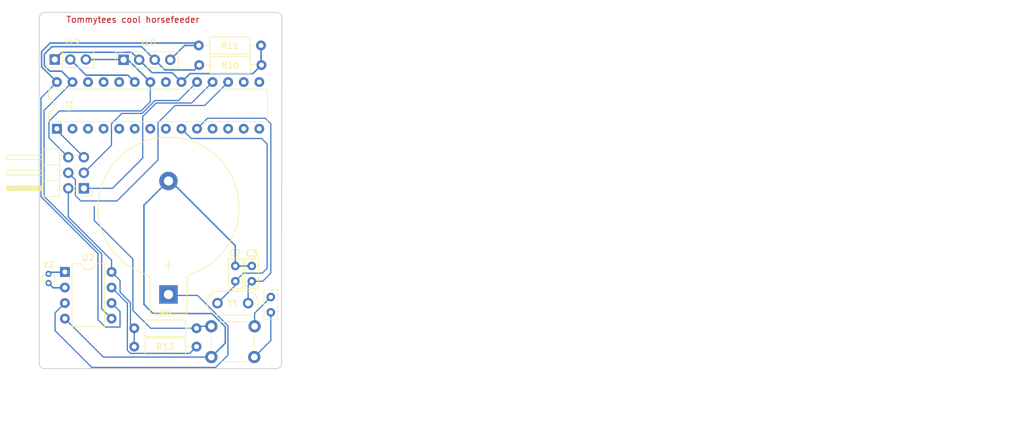
<source format=kicad_pcb>
(kicad_pcb (version 20221018) (generator pcbnew)
  (title_block (date "mar. 31 mars 2015"))
  (layers (0 "F.Cu" signal) (31 "B.Cu" signal) (34 "B.Paste" user) (35 "F.Paste" user) (36 "B.SilkS" user "B.Silkscreen") (37 "F.SilkS" user "F.Silkscreen") (38 "B.Mask" user) (39 "F.Mask" user) (44 "Edge.Cuts" user))
  (net 0 "")
  (net 1 "GND")
  (net 2 "Net-(SW1-A)")
  (net 3 "+5V")
  (net 4 "Net-(C1-Pad2)")
  (net 5 "/AnalogPin3")
  (net 6 "/MISO")
  (net 7 "/SCK")
  (net 8 "/MOSI{slash}OC2A")
  (net 9 "/Resetbutton")
  (net 10 "/DIG_I{slash}O1")
  (net 11 "/DIG_I{slash}O6")
  (net 12 "/DIG_I{slash}O5")
  (net 13 "/DIG_I{slash}O4")
  (net 14 "/DIG_I{slash}O3")
  (net 15 "/XTAL1{slash}TOSC1")
  (net 16 "/XTAL2{slash}TOSC2")
  (net 17 "/DIG_I{slash}O2")
  (net 18 "/DIG_I{slash}O0")
  (net 19 "/CLKO{slash}ICP1")
  (net 20 "/OC1A")
  (net 21 "/SS{slash}OC1B")
  (net 23 "/AnalogPin0")
  (net 24 "/AnalogPin1")
  (net 25 "/AnalogPin2")
  (net 26 "/AnalogPin4{slash}SDA")
  (net 27 "/DIG_I{slash}O7")
  (net 28 "/AnalogPin5{slash}SCL")
  (net 29 "Net-(BT1-+)")
  (net 30 "Net-(U2-SQW{slash}OUT)")
  (net 31 "/X1-Crystal")
  (net 32 "/X2-Crystal")
  (footprint "Resistor_THT:R_Axial_DIN0207_L6.3mm_D2.5mm_P10.16mm_Horizontal" (layer "F.Cu") (at 89.68 58.6 180)
    (fp_text reference "R10" (at 5.08 -0.1016) (layer "F.SilkS"))
    (fp_text value "R10k")
    (fp_line (start 1.04 0) (end 1.81 0) (stroke (width 0.12)) (layer "F.SilkS"))
    (fp_line (start 1.81 -1.37) (end 1.81 1.37) (stroke (width 0.12)) (layer "F.SilkS"))
    (fp_line (start 1.81 1.37) (end 8.35 1.37) (stroke (width 0.12)) (layer "F.SilkS"))
    (fp_line (start 8.35 -1.37) (end 1.81 -1.37) (stroke (width 0.12)) (layer "F.SilkS"))
    (fp_line (start 8.35 1.37) (end 8.35 -1.37) (stroke (width 0.12)) (layer "F.SilkS"))
    (fp_line (start 9.12 0) (end 8.35 0) (stroke (width 0.12)) (layer "F.SilkS"))
    (pad "1" thru_hole circle (at 0 0 180) (size 1.6 1.6) (drill 0.8) (layers "*.Cu" "*.Mask") (net 3 "+5V"))
    (pad "2" thru_hole oval (at 10.16 0 180) (size 1.6 1.6) (drill 0.8) (layers "*.Cu" "*.Mask") (net 26 "/AnalogPin4{slash}SDA"))
  )
  (footprint "My_library:SW_PUSH_6mm_H7.3mm_P1" (layer "F.Cu") (at 88.25 106.05 180)
    (fp_text reference "SW1" hide)
    (fp_text value "SW_MEC_5E")
    (fp_line (start -0.25 1.5) (end -0.25 3) (stroke (width 0.12)) (layer "F.SilkS"))
    (fp_line (start 1 5.5) (end 5.5 5.5) (stroke (width 0.12)) (layer "F.SilkS"))
    (fp_line (start 5.5 -1) (end 1 -1) (stroke (width 0.12)) (layer "F.SilkS"))
    (fp_line (start 6.75 3) (end 6.75 1.5) (stroke (width 0.12)) (layer "F.SilkS"))
    (pad "1" thru_hole circle (at -0.254 -0.254 270) (size 2 2) (drill 1.1) (layers "*.Cu" "*.Mask") (net 4 "Net-(C1-Pad2)"))
    (pad "2" thru_hole circle (at 6.7564 -0.254 270) (size 2 2) (drill 1.1) (layers "*.Cu" "*.Mask") (net 1 "GND"))
    (pad "3" thru_hole circle (at 6.7564 4.7752 270) (size 2 2) (drill 1.1) (layers "*.Cu" "*.Mask") (net 9 "/Resetbutton"))
    (pad "4" thru_hole circle (at -0.3048 4.7752 270) (size 2 2) (drill 1.1) (layers "*.Cu" "*.Mask") (net 2 "Net-(SW1-A)"))
  )
  (footprint "Resistor_THT:R_Axial_DIN0207_L6.3mm_D2.5mm_P10.16mm_Horizontal" (layer "F.Cu") (at 89.6 55.4 180)
    (fp_text reference "R11" (at 5.08 -0.0508) (layer "F.SilkS"))
    (fp_text value "R10k")
    (fp_line (start 1.04 0) (end 1.81 0) (stroke (width 0.12)) (layer "F.SilkS"))
    (fp_line (start 1.81 -1.37) (end 1.81 1.37) (stroke (width 0.12)) (layer "F.SilkS"))
    (fp_line (start 1.81 1.37) (end 8.35 1.37) (stroke (width 0.12)) (layer "F.SilkS"))
    (fp_line (start 8.35 -1.37) (end 1.81 -1.37) (stroke (width 0.12)) (layer "F.SilkS"))
    (fp_line (start 8.35 1.37) (end 8.35 -1.37) (stroke (width 0.12)) (layer "F.SilkS"))
    (fp_line (start 9.12 0) (end 8.35 0) (stroke (width 0.12)) (layer "F.SilkS"))
    (pad "1" thru_hole circle (at 0 0 180) (size 1.6 1.6) (drill 0.8) (layers "*.Cu" "*.Mask") (net 3 "+5V"))
    (pad "2" thru_hole oval (at 10.16 0 180) (size 1.6 1.6) (drill 0.8) (layers "*.Cu" "*.Mask") (net 28 "/AnalogPin5{slash}SCL"))
  )
  (footprint "Connector_PinHeader_2.54mm:PinHeader_1x03_P2.54mm_Vertical" (layer "F.Cu") (at 55.95 57.6924 90)
    (fp_text reference "J12" (at 2.7432 2.794 180) (layer "F.SilkS"))
    (fp_text value "3_Button_Conn")
    (fp_line (start -1.33 -1.33) (end 0 -1.33) (stroke (width 0.12)) (layer "F.SilkS"))
    (fp_line (start -1.33 0) (end -1.33 -1.33) (stroke (width 0.12)) (layer "F.SilkS"))
    (fp_line (start -1.33 1.27) (end -1.33 6.41) (stroke (width 0.12)) (layer "F.SilkS"))
    (fp_line (start -1.33 1.27) (end 1.33 1.27) (stroke (width 0.12)) (layer "F.SilkS"))
    (fp_line (start -1.33 6.41) (end 1.33 6.41) (stroke (width 0.12)) (layer "F.SilkS"))
    (fp_line (start 1.33 1.27) (end 1.33 6.41) (stroke (width 0.12)) (layer "F.SilkS"))
    (pad "1" thru_hole rect (at 0 0 90) (size 1.7 1.7) (drill 1) (layers "*.Cu" "*.Mask") (net 3 "+5V"))
    (pad "2" thru_hole oval (at 0 2.54 90) (size 1.7 1.7) (drill 1) (layers "*.Cu" "*.Mask") (net 23 "/AnalogPin0"))
    (pad "3" thru_hole oval (at 0 5.08 90) (size 1.7 1.7) (drill 1) (layers "*.Cu" "*.Mask") (net 1 "GND"))
  )
  (footprint "Crystal:Resonator-2Pin_W8.0mm_H3.5mm" (layer "F.Cu") (at 87.5 97.5 180)
    (fp_text reference "Y1" (at 2.5 0) (layer "F.SilkS"))
    (fp_text value "Crystal_16Mhz")
    (fp_line (start 0.25 -1.95) (end 4.75 -1.95) (stroke (width 0.12)) (layer "F.SilkS"))
    (fp_line (start 0.25 1.95) (end 4.75 1.95) (stroke (width 0.12)) (layer "F.SilkS"))
    (fp_arc (start 0.25 1.95) (mid -1.7 0) (end 0.25 -1.95) (stroke (width 0.12)) (layer "F.SilkS"))
    (fp_arc (start 4.75 -1.95) (mid 6.7 0) (end 4.75 1.95) (stroke (width 0.12)) (layer "F.SilkS"))
    (pad "1" thru_hole circle (at 0 0 180) (size 1.7 1.7) (drill 1) (layers "*.Cu" "*.Mask") (net 16 "/XTAL2{slash}TOSC2"))
    (pad "2" thru_hole circle (at 5 0 180) (size 1.7 1.7) (drill 1) (layers "*.Cu" "*.Mask") (net 15 "/XTAL1{slash}TOSC1"))
  )
  (footprint "Crystal:Crystal_DS10_D1.0mm_L4.3mm_Vertical" (layer "F.Cu") (at 54.9328 94.2168 90)
    (fp_text reference "Y2" (at 2.9852 0 180) (layer "F.SilkS"))
    (fp_text value "Crystal_32kHz")
    (fp_arc (start 0 -0.7) (mid 0.749553 -1.025914) (end 1.49939 -0.700653) (stroke (width 0.12)) (layer "F.SilkS"))
    (fp_arc (start 1.49939 0.700653) (mid 0.749553 1.025914) (end 0 0.7) (stroke (width 0.12)) (layer "F.SilkS"))
    (pad "1" thru_hole circle (at 0 0 90) (size 1 1) (drill 0.5) (layers "*.Cu" "*.Mask") (net 32 "/X2-Crystal"))
    (pad "2" thru_hole circle (at 1.5 0 90) (size 1 1) (drill 0.5) (layers "*.Cu" "*.Mask") (net 31 "/X1-Crystal"))
  )
  (footprint "Capacitor_THT:C_Rect_L4.6mm_W2.0mm_P2.50mm_MKS02_FKP02" (layer "F.Cu") (at 91.2 96.5 -90)
    (fp_text reference "C1" hide)
    (fp_text value "22nF")
    (fp_line (start -1.17 -1.12) (end -1.17 1.12) (stroke (width 0.12)) (layer "F.SilkS"))
    (fp_line (start -1.17 -1.12) (end 3.67 -1.12) (stroke (width 0.12)) (layer "F.SilkS"))
    (fp_line (start -1.17 1.12) (end 3.67 1.12) (stroke (width 0.12)) (layer "F.SilkS"))
    (fp_line (start 3.67 -1.12) (end 3.67 1.12) (stroke (width 0.12)) (layer "F.SilkS"))
    (pad "1" thru_hole circle (at 0 0 270) (size 1.4 1.4) (drill 0.7) (layers "*.Cu" "*.Mask") (net 2 "Net-(SW1-A)"))
    (pad "2" thru_hole circle (at 2.5 0 270) (size 1.4 1.4) (drill 0.7) (layers "*.Cu" "*.Mask") (net 4 "Net-(C1-Pad2)"))
  )
  (footprint "Resistor_THT:R_Axial_DIN0207_L6.3mm_D2.5mm_P10.16mm_Horizontal" (layer "F.Cu") (at 68.92 104.6)
    (fp_text reference "R13" (at 5.08 0) (layer "F.SilkS"))
    (fp_text value "R10k")
    (fp_line (start 1.04 0) (end 1.81 0) (stroke (width 0.12)) (layer "F.SilkS"))
    (fp_line (start 1.81 -1.37) (end 1.81 1.37) (stroke (width 0.12)) (layer "F.SilkS"))
    (fp_line (start 1.81 1.37) (end 8.35 1.37) (stroke (width 0.12)) (layer "F.SilkS"))
    (fp_line (start 8.35 -1.37) (end 1.81 -1.37) (stroke (width 0.12)) (layer "F.SilkS"))
    (fp_line (start 8.35 1.37) (end 8.35 -1.37) (stroke (width 0.12)) (layer "F.SilkS"))
    (fp_line (start 9.12 0) (end 8.35 0) (stroke (width 0.12)) (layer "F.SilkS"))
    (pad "1" thru_hole circle (at 0 0) (size 1.6 1.6) (drill 0.8) (layers "*.Cu" "*.Mask") (net 3 "+5V"))
    (pad "2" thru_hole oval (at 10.16 0) (size 1.6 1.6) (drill 0.8) (layers "*.Cu" "*.Mask") (net 30 "Net-(U2-SQW{slash}OUT)"))
  )
  (footprint "Connector_PinHeader_2.54mm:PinHeader_2x03_P2.54mm_Horizontal" (layer "F.Cu") (at 60.7 78.74 180)
    (fp_text reference "J11" hide)
    (fp_text value "AVR-ISP-6" hide)
    (fp_line (start -1.27 -1.27) (end 0 -1.27) (stroke (width 0.12)) (layer "F.SilkS"))
    (fp_line (start -1.27 0) (end -1.27 -1.27) (stroke (width 0.12)) (layer "F.SilkS"))
    (fp_line (start 1.042929 2.16) (end 1.497071 2.16) (stroke (width 0.12)) (layer "F.SilkS"))
    (fp_line (start 1.042929 2.92) (end 1.497071 2.92) (stroke (width 0.12)) (layer "F.SilkS"))
    (fp_line (start 1.042929 4.7) (end 1.497071 4.7) (stroke (width 0.12)) (layer "F.SilkS"))
    (fp_line (start 1.042929 5.46) (end 1.497071 5.46) (stroke (width 0.12)) (layer "F.SilkS"))
    (fp_line (start 1.11 -0.38) (end 1.497071 -0.38) (stroke (width 0.12)) (layer "F.SilkS"))
    (fp_line (start 1.11 0.38) (end 1.497071 0.38) (stroke (width 0.12)) (layer "F.SilkS"))
    (fp_line (start 3.582929 -0.38) (end 3.98 -0.38) (stroke (width 0.12)) (layer "F.SilkS"))
    (fp_line (start 3.582929 0.38) (end 3.98 0.38) (stroke (width 0.12)) (layer "F.SilkS"))
    (fp_line (start 3.582929 2.16) (end 3.98 2.16) (stroke (width 0.12)) (layer "F.SilkS"))
    (fp_line (start 3.582929 2.92) (end 3.98 2.92) (stroke (width 0.12)) (layer "F.SilkS"))
    (fp_line (start 3.582929 4.7) (end 3.98 4.7) (stroke (width 0.12)) (layer "F.SilkS"))
    (fp_line (start 3.582929 5.46) (end 3.98 5.46) (stroke (width 0.12)) (layer "F.SilkS"))
    (fp_line (start 3.98 -1.33) (end 3.98 6.41) (stroke (width 0.12)) (layer "F.SilkS"))
    (fp_line (start 3.98 1.27) (end 6.64 1.27) (stroke (width 0.12)) (layer "F.SilkS"))
    (fp_line (start 3.98 3.81) (end 6.64 3.81) (stroke (width 0.12)) (layer "F.SilkS"))
    (fp_line (start 3.98 6.41) (end 6.64 6.41) (stroke (width 0.12)) (layer "F.SilkS"))
    (fp_line (start 6.64 -1.33) (end 3.98 -1.33) (stroke (width 0.12)) (layer "F.SilkS"))
    (fp_line (start 6.64 -0.38) (end 12.64 -0.38) (stroke (width 0.12)) (layer "F.SilkS"))
    (fp_line (start 6.64 -0.32) (end 12.64 -0.32) (stroke (width 0.12)) (layer "F.SilkS"))
    (fp_line (start 6.64 -0.2) (end 12.64 -0.2) (stroke (width 0.12)) (layer "F.SilkS"))
    (fp_line (start 6.64 -0.08) (end 12.64 -0.08) (stroke (width 0.12)) (layer "F.SilkS"))
    (fp_line (start 6.64 0.04) (end 12.64 0.04) (stroke (width 0.12)) (layer "F.SilkS"))
    (fp_line (start 6.64 0.16) (end 12.64 0.16) (stroke (width 0.12)) (layer "F.SilkS"))
    (fp_line (start 6.64 0.28) (end 12.64 0.28) (stroke (width 0.12)) (layer "F.SilkS"))
    (fp_line (start 6.64 2.16) (end 12.64 2.16) (stroke (width 0.12)) (layer "F.SilkS"))
    (fp_line (start 6.64 4.7) (end 12.64 4.7) (stroke (width 0.12)) (layer "F.SilkS"))
    (fp_line (start 6.64 6.41) (end 6.64 -1.33) (stroke (width 0.12)) (layer "F.SilkS"))
    (fp_line (start 12.64 -0.38) (end 12.64 0.38) (stroke (width 0.12)) (layer "F.SilkS"))
    (fp_line (start 12.64 0.38) (end 6.64 0.38) (stroke (width 0.12)) (layer "F.SilkS"))
    (fp_line (start 12.64 2.16) (end 12.64 2.92) (stroke (width 0.12)) (layer "F.SilkS"))
    (fp_line (start 12.64 2.92) (end 6.64 2.92) (stroke (width 0.12)) (layer "F.SilkS"))
    (fp_line (start 12.64 4.7) (end 12.64 5.46) (stroke (width 0.12)) (layer "F.SilkS"))
    (fp_line (start 12.64 5.46) (end 6.64 5.46) (stroke (width 0.12)) (layer "F.SilkS"))
    (pad "1" thru_hole rect (at 0 0 180) (size 1.7 1.7) (drill 1) (layers "*.Cu" "*.Mask") (net 6 "/MISO"))
    (pad "2" thru_hole oval (at 2.54 0 180) (size 1.7 1.7) (drill 1) (layers "*.Cu" "*.Mask") (net 3 "+5V"))
    (pad "3" thru_hole oval (at 0 2.54 180) (size 1.7 1.7) (drill 1) (layers "*.Cu" "*.Mask") (net 7 "/SCK"))
    (pad "4" thru_hole oval (at 2.54 2.54 180) (size 1.7 1.7) (drill 1) (layers "*.Cu" "*.Mask") (net 8 "/MOSI{slash}OC2A"))
    (pad "5" thru_hole oval (at 0 5.08 180) (size 1.7 1.7) (drill 1) (layers "*.Cu" "*.Mask") (net 9 "/Resetbutton"))
    (pad "6" thru_hole oval (at 2.54 5.08 180) (size 1.7 1.7) (drill 1) (layers "*.Cu" "*.Mask") (net 1 "GND"))
  )
  (footprint "Arduino_MountingHole:MountingHole_1.2mm" (layer "F.Cu") (at 55.0672 51.7652)
    (fp_text reference "REF**" hide)
    (fp_text value "MountingHole_1.2mm")
    (pad "" np_thru_hole circle (at 0 0) (size 1.2 1.2) (drill 1.2) (layers "F&B.Cu" "*.Mask"))
  )
  (footprint "Capacitor_THT:C_Rect_L4.6mm_W2.0mm_P2.50mm_MKS02_FKP02" (layer "F.Cu") (at 88.0988 93.924 90)
    (fp_text reference "C3" (at 4.552 0 180) (layer "F.SilkS"))
    (fp_text value "C")
    (fp_line (start -1.17 -1.12) (end -1.17 1.12) (stroke (width 0.12)) (layer "F.SilkS"))
    (fp_line (start -1.17 -1.12) (end 3.67 -1.12) (stroke (width 0.12)) (layer "F.SilkS"))
    (fp_line (start -1.17 1.12) (end 3.67 1.12) (stroke (width 0.12)) (layer "F.SilkS"))
    (fp_line (start 3.67 -1.12) (end 3.67 1.12) (stroke (width 0.12)) (layer "F.SilkS"))
    (pad "1" thru_hole circle (at 0 0 90) (size 1.4 1.4) (drill 0.7) (layers "*.Cu" "*.Mask") (net 16 "/XTAL2{slash}TOSC2"))
    (pad "2" thru_hole circle (at 2.5 0 90) (size 1.4 1.4) (drill 0.7) (layers "*.Cu" "*.Mask") (net 1 "GND"))
  )
  (footprint "Connector_PinSocket_2.54mm:PinSocket_1x04_P2.54mm_Vertical" (layer "F.Cu") (at 67.1768 57.7432 90)
    (fp_text reference "J10" (at 2.794 3.9116 180) (layer "F.SilkS"))
    (fp_text value "Conn_01x04_LCD-Display")
    (fp_line (start -1.33 1.27) (end -1.33 8.95) (stroke (width 0.12)) (layer "F.SilkS"))
    (fp_line (start -1.33 1.27) (end 1.33 1.27) (stroke (width 0.12)) (layer "F.SilkS"))
    (fp_line (start -1.33 8.95) (end 1.33 8.95) (stroke (width 0.12)) (layer "F.SilkS"))
    (fp_line (start 0 -1.33) (end 1.33 -1.33) (stroke (width 0.12)) (layer "F.SilkS"))
    (fp_line (start 1.33 -1.33) (end 1.33 0) (stroke (width 0.12)) (layer "F.SilkS"))
    (fp_line (start 1.33 1.27) (end 1.33 8.95) (stroke (width 0.12)) (layer "F.SilkS"))
    (pad "1" thru_hole rect (at 0 0 90) (size 1.7 1.7) (drill 1) (layers "*.Cu" "*.Mask") (net 1 "GND"))
    (pad "2" thru_hole oval (at 0 2.54 90) (size 1.7 1.7) (drill 1) (layers "*.Cu" "*.Mask") (net 3 "+5V"))
    (pad "3" thru_hole oval (at 0 5.08 90) (size 1.7 1.7) (drill 1) (layers "*.Cu" "*.Mask") (net 26 "/AnalogPin4{slash}SDA"))
    (pad "4" thru_hole oval (at 0 7.62 90) (size 1.7 1.7) (drill 1) (layers "*.Cu" "*.Mask") (net 28 "/AnalogPin5{slash}SCL"))
  )
  (footprint "Resistor_THT:R_Axial_DIN0207_L6.3mm_D2.5mm_P10.16mm_Horizontal" (layer "F.Cu") (at 68.92 101.6)
    (fp_text reference "R9" (at 5.08 -2.37) (layer "F.SilkS"))
    (fp_text value "R" hide)
    (fp_line (start 1.04 0) (end 1.81 0) (stroke (width 0.12)) (layer "F.SilkS"))
    (fp_line (start 1.81 -1.37) (end 1.81 1.37) (stroke (width 0.12)) (layer "F.SilkS"))
    (fp_line (start 1.81 1.37) (end 8.35 1.37) (stroke (width 0.12)) (layer "F.SilkS"))
    (fp_line (start 8.35 -1.37) (end 1.81 -1.37) (stroke (width 0.12)) (layer "F.SilkS"))
    (fp_line (start 8.35 1.37) (end 8.35 -1.37) (stroke (width 0.12)) (layer "F.SilkS"))
    (fp_line (start 9.12 0) (end 8.35 0) (stroke (width 0.12)) (layer "F.SilkS"))
    (pad "1" thru_hole circle (at 0 0) (size 1.6 1.6) (drill 0.8) (layers "*.Cu" "*.Mask") (net 3 "+5V"))
    (pad "2" thru_hole oval (at 10.16 0) (size 1.6 1.6) (drill 0.8) (layers "*.Cu" "*.Mask") (net 9 "/Resetbutton"))
  )
  (footprint "My_library:BatteryHolder_Keystone_103_18.54mm" (layer "F.Cu") (at 74.5 97.1 90)
    (fp_text reference "BT1" hide)
    (fp_text value "Battery_Cell")
    (fp_text user "+" (at 5.7404 -0.1016 90) (layer "F.SilkS") (effects (font (size 1.5 1.5))))
    (fp_line (start -2.2 -3) (end 3.5 -3) (stroke (width 0.12)) (layer "F.SilkS"))
    (fp_line (start -2.2 3) (end -2.2 -3) (stroke (width 0.12)) (layer "F.SilkS"))
    (fp_line (start -2.2 3) (end 3.5 3) (stroke (width 0.12)) (layer "F.SilkS"))
    (fp_arc (start 3.5 3) (mid 3.958861 3.144678) (end 4.251754 3.526384) (stroke (width 0.12)) (layer "F.SilkS"))
    (fp_arc (start 4.25 -3.5) (mid 16.993514 -11.35499) (end 26.695671 0.045281) (stroke (width 0.12)) (layer "F.SilkS"))
    (fp_arc (start 4.251754 -3.526384) (mid 3.958861 -3.144678) (end 3.5 -3) (stroke (width 0.12)) (layer "F.SilkS"))
    (fp_arc (start 26.695671 -0.045281) (mid 16.993514 11.35499) (end 4.25 3.5) (stroke (width 0.12)) (layer "F.SilkS"))
    (pad "1" thru_hole rect (at 1.016 0 90) (size 3 3) (drill 1.5) (layers "*.Cu" "*.Mask") (net 29 "Net-(BT1-+)"))
    (pad "2" thru_hole circle (at 19.558 0 90) (size 3 3) (drill 1.5) (layers "*.Cu" "*.Mask") (net 1 "GND"))
  )
  (footprint "Arduino_MountingHole:MountingHole_1.2mm" (layer "F.Cu") (at 206.0448 112.7252)
    (fp_text reference "REF**" hide)
    (fp_text value "MountingHole_1.2mm")
    (pad "" np_thru_hole circle (at 0 0) (size 1.2 1.2) (drill 1.2) (layers "F&B.Cu" "*.Mask"))
  )
  (footprint "Package_DIP:DIP-28_W7.62mm" (layer "F.Cu") (at 56.3 69 90)
    (fp_text reference "U1" (at 3.81 1.9812 90) (layer "F.SilkS"))
    (fp_text value "ATmega328-P")
    (fp_line (start 1.16 -1.33) (end 1.16 34.35) (stroke (width 0.12)) (layer "F.SilkS"))
    (fp_line (start 1.16 34.35) (end 6.46 34.35) (stroke (width 0.12)) (layer "F.SilkS"))
    (fp_line (start 2.81 -1.33) (end 1.16 -1.33) (stroke (width 0.12)) (layer "F.SilkS"))
    (fp_line (start 6.46 -1.33) (end 4.81 -1.33) (stroke (width 0.12)) (layer "F.SilkS"))
    (fp_line (start 6.46 34.35) (end 6.46 -1.33) (stroke (width 0.12)) (layer "F.SilkS"))
    (fp_arc (start 4.81 -1.33) (mid 3.81 -0.33) (end 2.81 -1.33) (stroke (width 0.12)) (layer "F.SilkS"))
    (pad "1" thru_hole rect (at 0 0 90) (size 1.6 1.6) (drill 0.8) (layers "*.Cu" "*.Mask") (net 9 "/Resetbutton"))
    (pad "2" thru_hole oval (at 0 2.54 90) (size 1.6 1.6) (drill 0.8) (layers "*.Cu" "*.Mask") (net 18 "/DIG_I{slash}O0"))
    (pad "3" thru_hole oval (at 0 5.08 90) (size 1.6 1.6) (drill 0.8) (layers "*.Cu" "*.Mask") (net 10 "/DIG_I{slash}O1"))
    (pad "4" thru_hole oval (at 0 7.62 90) (size 1.6 1.6) (drill 0.8) (layers "*.Cu" "*.Mask") (net 17 "/DIG_I{slash}O2"))
    (pad "5" thru_hole oval (at 0 10.16 90) (size 1.6 1.6) (drill 0.8) (layers "*.Cu" "*.Mask") (net 14 "/DIG_I{slash}O3"))
    (pad "6" thru_hole oval (at 0 12.7 90) (size 1.6 1.6) (drill 0.8) (layers "*.Cu" "*.Mask") (net 13 "/DIG_I{slash}O4"))
    (pad "7" thru_hole oval (at 0 15.24 90) (size 1.6 1.6) (drill 0.8) (layers "*.Cu" "*.Mask") (net 3 "+5V"))
    (pad "8" thru_hole oval (at 0 17.78 90) (size 1.6 1.6) (drill 0.8) (layers "*.Cu" "*.Mask") (net 1 "GND"))
    (pad "9" thru_hole oval (at 0 20.32 90) (size 1.6 1.6) (drill 0.8) (layers "*.Cu" "*.Mask") (net 15 "/XTAL1{slash}TOSC1"))
    (pad "10" thru_hole oval (at 0 22.86 90) (size 1.6 1.6) (drill 0.8) (layers "*.Cu" "*.Mask") (net 16 "/XTAL2{slash}TOSC2"))
    (pad "11" thru_hole oval (at 0 25.4 90) (size 1.6 1.6) (drill 0.8) (layers "*.Cu" "*.Mask") (net 12 "/DIG_I{slash}O5"))
    (pad "12" thru_hole oval (at 0 27.94 90) (size 1.6 1.6) (drill 0.8) (layers "*.Cu" "*.Mask") (net 11 "/DIG_I{slash}O6"))
    (pad "13" thru_hole oval (at 0 30.48 90) (size 1.6 1.6) (drill 0.8) (layers "*.Cu" "*.Mask") (net 27 "/DIG_I{slash}O7"))
    (pad "14" thru_hole oval (at 0 33.02 90) (size 1.6 1.6) (drill 0.8) (layers "*.Cu" "*.Mask") (net 19 "/CLKO{slash}ICP1"))
    (pad "15" thru_hole oval (at 7.62 33.02 90) (size 1.6 1.6) (drill 0.8) (layers "*.Cu" "*.Mask") (net 20 "/OC1A"))
    (pad "16" thru_hole oval (at 7.62 30.48 90) (size 1.6 1.6) (drill 0.8) (layers "*.Cu" "*.Mask") (net 21 "/SS{slash}OC1B"))
    (pad "17" thru_hole oval (at 7.62 27.94 90) (size 1.6 1.6) (drill 0.8) (layers "*.Cu" "*.Mask") (net 8 "/MOSI{slash}OC2A"))
    (pad "18" thru_hole oval (at 7.62 25.4 90) (size 1.6 1.6) (drill 0.8) (layers "*.Cu" "*.Mask") (net 6 "/MISO"))
    (pad "19" thru_hole oval (at 7.62 22.86 90) (size 1.6 1.6) (drill 0.8) (layers "*.Cu" "*.Mask") (net 7 "/SCK"))
    (pad "20" thru_hole oval (at 7.62 20.32 90) (size 1.6 1.6) (drill 0.8) (layers "*.Cu" "*.Mask") (net 3 "+5V"))
    (pad "21" thru_hole oval (at 7.62 17.78 90) (size 1.6 1.6) (drill 0.8) (layers "*.Cu" "*.Mask"))
    (pad "22" thru_hole oval (at 7.62 15.24 90) (size 1.6 1.6) (drill 0.8) (layers "*.Cu" "*.Mask") (net 1 "GND"))
    (pad "23" thru_hole oval (at 7.62 12.7 90) (size 1.6 1.6) (drill 0.8) (layers "*.Cu" "*.Mask") (net 23 "/AnalogPin0"))
    (pad "24" thru_hole oval (at 7.62 10.16 90) (size 1.6 1.6) (drill 0.8) (layers "*.Cu" "*.Mask") (net 24 "/AnalogPin1"))
    (pad "25" thru_hole oval (at 7.62 7.62 90) (size 1.6 1.6) (drill 0.8) (layers "*.Cu" "*.Mask") (net 25 "/AnalogPin2"))
    (pad "26" thru_hole oval (at 7.62 5.08 90) (size 1.6 1.6) (drill 0.8) (layers "*.Cu" "*.Mask") (net 5 "/AnalogPin3"))
    (pad "27" thru_hole oval (at 7.62 2.54 90) (size 1.6 1.6) (drill 0.8) (layers "*.Cu" "*.Mask") (net 26 "/AnalogPin4{slash}SDA"))
    (pad "28" thru_hole oval (at 7.62 0 90) (size 1.6 1.6) (drill 0.8) (layers "*.Cu" "*.Mask") (net 28 "/AnalogPin5{slash}SCL"))
  )
  (footprint "Capacitor_THT:C_Rect_L4.6mm_W2.0mm_P2.50mm_MKS02_FKP02" (layer "F.Cu") (at 85.4064 93.924 90)
    (fp_text reference "C2" (at 4.6028 -0.0508 180) (layer "F.SilkS"))
    (fp_text value "C")
    (fp_line (start -1.17 -1.12) (end -1.17 1.12) (stroke (width 0.12)) (layer "F.SilkS"))
    (fp_line (start -1.17 -1.12) (end 3.67 -1.12) (stroke (width 0.12)) (layer "F.SilkS"))
    (fp_line (start -1.17 1.12) (end 3.67 1.12) (stroke (width 0.12)) (layer "F.SilkS"))
    (fp_line (start 3.67 -1.12) (end 3.67 1.12) (stroke (width 0.12)) (layer "F.SilkS"))
    (pad "1" thru_hole circle (at 0 0 90) (size 1.4 1.4) (drill 0.7) (layers "*.Cu" "*.Mask") (net 15 "/XTAL1{slash}TOSC1"))
    (pad "2" thru_hole circle (at 2.5 0 90) (size 1.4 1.4) (drill 0.7) (layers "*.Cu" "*.Mask") (net 1 "GND"))
  )
  (footprint "Package_DIP:DIP-8_W7.62mm" (layer "F.Cu") (at 57.6 92.4)
    (fp_text reference "U2" (at 3.81 -2.33) (layer "F.SilkS"))
    (fp_text value "DS1307+")
    (fp_line (start 1.16 -1.33) (end 1.16 8.95) (stroke (width 0.12)) (layer "F.SilkS"))
    (fp_line (start 1.16 8.95) (end 6.46 8.95) (stroke (width 0.12)) (layer "F.SilkS"))
    (fp_line (start 2.81 -1.33) (end 1.16 -1.33) (stroke (width 0.12)) (layer "F.SilkS"))
    (fp_line (start 6.46 -1.33) (end 4.81 -1.33) (stroke (width 0.12)) (layer "F.SilkS"))
    (fp_line (start 6.46 8.95) (end 6.46 -1.33) (stroke (width 0.12)) (layer "F.SilkS"))
    (fp_arc (start 4.81 -1.33) (mid 3.81 -0.33) (end 2.81 -1.33) (stroke (width 0.12)) (layer "F.SilkS"))
    (pad "1" thru_hole rect (at 0 0) (size 1.6 1.6) (drill 0.8) (layers "*.Cu" "*.Mask") (net 31 "/X1-Crystal"))
    (pad "2" thru_hole oval (at 0 2.54) (size 1.6 1.6) (drill 0.8) (layers "*.Cu" "*.Mask") (net 32 "/X2-Crystal"))
    (pad "3" thru_hole oval (at 0 5.08) (size 1.6 1.6) (drill 0.8) (layers "*.Cu" "*.Mask") (net 29 "Net-(BT1-+)"))
    (pad "4" thru_hole oval (at 0 7.62) (size 1.6 1.6) (drill 0.8) (layers "*.Cu" "*.Mask") (net 1 "GND"))
    (pad "5" thru_hole oval (at 7.62 7.62) (size 1.6 1.6) (drill 0.8) (layers "*.Cu" "*.Mask") (net 26 "/AnalogPin4{slash}SDA"))
    (pad "6" thru_hole oval (at 7.62 5.08) (size 1.6 1.6) (drill 0.8) (layers "*.Cu" "*.Mask") (net 28 "/AnalogPin5{slash}SCL"))
    (pad "7" thru_hole oval (at 7.62 2.54) (size 1.6 1.6) (drill 0.8) (layers "*.Cu" "*.Mask") (net 30 "Net-(U2-SQW{slash}OUT)"))
    (pad "8" thru_hole oval (at 7.62 0) (size 1.6 1.6) (drill 0.8) (layers "*.Cu" "*.Mask") (net 3 "+5V"))
  )
  (footprint "Arduino_MountingHole:MountingHole_1.2mm" (layer "F.Cu") (at 206.0448 51.7652)
    (fp_text reference "REF**" hide)
    (fp_text value "MountingHole_1.2mm")
    (pad "" np_thru_hole circle (at 0 0) (size 1.2 1.2) (drill 1.2) (layers "F&B.Cu" "*.Mask"))
  )
  (gr_line (start 53.422202 107.438524) (end 53.422202 50.9146) (stroke (width 0.15)) (layer "Edge.Cuts"))
  (gr_arc (start 53.422202 50.9146) (mid 53.690066 50.26786) (end 54.336802 50) (stroke (width 0.15)) (layer "Edge.Cuts"))
  (gr_line (start 93 50.811796) (end 92.951129 107.438) (stroke (width 0.15)) (layer "Edge.Cuts"))
  (gr_line (start 92 108.2) (end 54.2544 108.2) (stroke (width 0.15)) (layer "Edge.Cuts"))
  (gr_line (start 54.336802 50) (end 92 50) (stroke (width 0.15)) (layer "Edge.Cuts"))
  (gr_arc (start 54.2544 108.2) (mid 53.680581 107.991602) (end 53.422202 107.438524) (stroke (width 0.15)) (layer "Edge.Cuts"))
  (gr_arc (start 92.951129 107.438) (mid 92.633368 108.015947) (end 92 108.2) (stroke (width 0.15)) (layer "Edge.Cuts"))
  (gr_arc (start 92.201271 50.013067) (mid 92.765996 50.247044) (end 93 50.811796) (stroke (width 0.15)) (layer "Edge.Cuts"))
  (gr_text "Tommytees cool horsefeeder" (at 57.7596 51.7652) (layer "F.Cu") (effects (font (size 1 1)) (justify left bottom)))
  (segment (start 88.0988 91.424) (end 88.0736 91.3988) (width 1) (layer "F.Cu") (net 1))
  (segment (start 67.126 57.6924) (end 67.1768 57.7432) (width 0.25) (layer "F.Cu") (net 1))
  (segment (start 81.59896 99.2) (end 83.775 101.37604) (width 0.25) (layer "B.Cu") (net 1))
  (segment (start 63.884 106.304) (end 81.4936 106.304) (width 0.2) (layer "B.Cu") (net 1))
  (segment (start 56.7 66.1) (end 70.034314 66.1) (width 0.2) (layer "B.Cu") (net 1))
  (segment (start 72 99.2) (end 81.59896 99.2) (width 0.25) (layer "B.Cu") (net 1))
  (segment (start 83.775 104.0226) (end 81.4936 106.304) (width 0.25) (layer "B.Cu") (net 1))
  (segment (start 58.16 73.66) (end 55 70.5) (width 0.2) (layer "B.Cu") (net 1))
  (segment (start 74.847583 77.542) (end 74.5 77.542) (width 0.25) (layer "B.Cu") (net 1))
  (segment (start 70.5 97.7) (end 72 99.2) (width 0.25) (layer "B.Cu") (net 1))
  (segment (start 55 67.8) (end 56.7 66.1) (width 0.2) (layer "B.Cu") (net 1))
  (segment (start 70.034314 66.1) (end 71.54 64.594314) (width 0.2) (layer "B.Cu") (net 1))
  (segment (start 88.0988 91.424) (end 85.4064 91.424) (width 0.25) (layer "B.Cu") (net 1))
  (segment (start 85.4064 91.424) (end 85.4064 88.100817) (width 0.25) (layer "B.Cu") (net 1))
  (segment (start 70.5 81.5) (end 70.5 97.7) (width 0.25) (layer "B.Cu") (net 1))
  (segment (start 74.5 77.542) (end 74.458 77.542) (width 0.25) (layer "B.Cu") (net 1))
  (segment (start 57.6 100.02) (end 63.884 106.304) (width 0.2) (layer "B.Cu") (net 1))
  (segment (start 61.03 57.6924) (end 67.126 57.6924) (width 0.25) (layer "B.Cu") (net 1))
  (segment (start 85.4064 88.100817) (end 74.847583 77.542) (width 0.25) (layer "B.Cu") (net 1))
  (segment (start 83.775 101.37604) (end 83.775 104.0226) (width 0.25) (layer "B.Cu") (net 1))
  (segment (start 74.458 77.542) (end 70.5 81.5) (width 0.25) (layer "B.Cu") (net 1))
  (segment (start 74.08 77.122) (end 74.5 77.542) (width 0.25) (layer "B.Cu") (net 1))
  (segment (start 71.54 64.594314) (end 71.54 61.38) (width 0.2) (layer "B.Cu") (net 1))
  (segment (start 67.9032 57.7432) (end 71.54 61.38) (width 0.25) (layer "B.Cu") (net 1))
  (segment (start 55 70.5) (end 55 67.8) (width 0.2) (layer "B.Cu") (net 1))
  (segment (start 67.1768 57.7432) (end 67.9032 57.7432) (width 0.25) (layer "B.Cu") (net 1))
  (segment (start 67.126 57.6924) (end 67.1768 57.7432) (width 0.25) (layer "B.Cu") (net 1))
  (segment (start 88.5548 101.2748) (end 88.5548 99.1452) (width 0.2) (layer "B.Cu") (net 2))
  (segment (start 88.5548 99.1452) (end 91.2 96.5) (width 0.2) (layer "B.Cu") (net 2))
  (segment (start 65.22 90.488628) (end 58.16 83.428628) (width 0.2) (layer "B.Cu") (net 3))
  (segment (start 89.6 58.52) (end 89.68 58.6) (width 0.25) (layer "B.Cu") (net 3))
  (segment (start 78 60) (end 76.62 61.38) (width 0.25) (layer "B.Cu") (net 3))
  (segment (start 71.8236 59.85) (end 75.09 59.85) (width 0.25) (layer "B.Cu") (net 3))
  (segment (start 68.3 97.4) (end 66.6 95.7) (width 0.2) (layer "B.Cu") (net 3))
  (segment (start 58.16 83.428628) (end 58.16 78.74) (width 0.2) (layer "B.Cu") (net 3))
  (segment (start 65.22 92.4) (end 65.22 90.488628) (width 0.2) (layer "B.Cu") (net 3))
  (segment (start 89.68 58.6) (end 88.28 60) (width 0.25) (layer "B.Cu") (net 3))
  (segment (start 68.92 101.6) (end 68.3 100.98) (width 0.2) (layer "B.Cu") (net 3))
  (segment (start 66.6 95.7) (end 66.6 93.78) (width 0.2) (layer "B.Cu") (net 3))
  (segment (start 68.92 104.6) (end 68.92 101.6) (width 0.2) (layer "B.Cu") (net 3))
  (segment (start 66.6 93.78) (end 65.22 92.4) (width 0.2) (layer "B.Cu") (net 3))
  (segment (start 68.92 101.6) (end 69 101.52) (width 0.2) (layer "B.Cu") (net 3))
  (segment (start 68.3 100.98) (end 68.3 97.4) (width 0.2) (layer "B.Cu") (net 3))
  (segment (start 75.09 59.85) (end 76.62 61.38) (width 0.25) (layer "B.Cu") (net 3))
  (segment (start 68.491 56.5174) (end 69.7168 57.7432) (width 0.25) (layer "B.Cu") (net 3))
  (segment (start 89.6 55.4) (end 89.6 58.52) (width 0.25) (layer "B.Cu") (net 3))
  (segment (start 88.28 60) (end 78 60) (width 0.25) (layer "B.Cu") (net 3))
  (segment (start 69.7168 57.7432) (end 71.8236 59.85) (width 0.25) (layer "B.Cu") (net 3))
  (segment (start 55.95 57.6924) (end 57.125 56.5174) (width 0.25) (layer "B.Cu") (net 3))
  (segment (start 57.125 56.5174) (end 68.491 56.5174) (width 0.25) (layer "B.Cu") (net 3))
  (segment (start 88.504 106.304) (end 91.2 103.608) (width 0.2) (layer "B.Cu") (net 4))
  (segment (start 91.2 103.608) (end 91.2 99) (width 0.2) (layer "B.Cu") (net 4))
  (segment (start 72.5 64.8) (end 70.3 67) (width 0.2) (layer "B.Cu") (net 6))
  (segment (start 81.7 61.38) (end 78.28 64.8) (width 0.2) (layer "B.Cu") (net 6))
  (segment (start 65.36 78.74) (end 60.7 78.74) (width 0.2) (layer "B.Cu") (net 6))
  (segment (start 70.3 73.8) (end 65.36 78.74) (width 0.2) (layer "B.Cu") (net 6))
  (segment (start 70.3 67) (end 70.3 73.8) (width 0.2) (layer "B.Cu") (net 6))
  (segment (start 78.28 64.8) (end 72.5 64.8) (width 0.2) (layer "B.Cu") (net 6))
  (segment (start 65.2 68.2) (end 65.2 71.7) (width 0.2) (layer "B.Cu") (net 7))
  (segment (start 72.3 64.4) (end 70.2 66.5) (width 0.2) (layer "B.Cu") (net 7))
  (segment (start 70.2 66.5) (end 66.9 66.5) (width 0.2) (layer "B.Cu") (net 7))
  (segment (start 65.2 71.7) (end 60.7 76.2) (width 0.2) (layer "B.Cu") (net 7))
  (segment (start 79.16 61.38) (end 76.14 64.4) (width 0.2) (layer "B.Cu") (net 7))
  (segment (start 66.9 66.5) (end 65.2 68.2) (width 0.2) (layer "B.Cu") (net 7))
  (segment (start 76.14 64.4) (end 72.3 64.4) (width 0.2) (layer "B.Cu") (net 7))
  (segment (start 72.8 74.1) (end 72.8 68) (width 0.2) (layer "B.Cu") (net 8))
  (segment (start 75.6 65.2) (end 80.42 65.2) (width 0.2) (layer "B.Cu") (net 8))
  (segment (start 59.31 77.35) (end 59.31 79.91) (width 0.2) (layer "B.Cu") (net 8))
  (segment (start 66.1 80.8) (end 72.8 74.1) (width 0.2) (layer "B.Cu") (net 8))
  (segment (start 72.8 68) (end 75.6 65.2) (width 0.2) (layer "B.Cu") (net 8))
  (segment (start 58.16 76.2) (end 59.31 77.35) (width 0.2) (layer "B.Cu") (net 8))
  (segment (start 59.31 79.91) (end 60.2 80.8) (width 0.2) (layer "B.Cu") (net 8))
  (segment (start 60.2 80.8) (end 66.1 80.8) (width 0.2) (layer "B.Cu") (net 8))
  (segment (start 80.42 65.2) (end 84.24 61.38) (width 0.2) (layer "B.Cu") (net 8))
  (segment (start 68.7 98.7) (end 68.7 90.3) (width 0.2) (layer "B.Cu") (net 9))
  (segment (start 60.7 73.66) (end 56.3 69.26) (width 0.2) (layer "B.Cu") (net 9))
  (segment (start 79.08 101.6) (end 71.6 101.6) (width 0.2) (layer "B.Cu") (net 9))
  (segment (start 68.7 90.3) (end 62.4 84) (width 0.2) (layer "B.Cu") (net 9))
  (segment (start 79.4052 101.2748) (end 79.08 101.6) (width 0.2) (layer "B.Cu") (net 9))
  (segment (start 81.4936 101.2748) (end 79.4052 101.2748) (width 0.2) (layer "B.Cu") (net 9))
  (segment (start 56.3 69.26) (end 56.3 69) (width 0.2) (layer "B.Cu") (net 9))
  (segment (start 62.4 84) (end 62.4 81.7) (width 0.2) (layer "B.Cu") (net 9))
  (segment (start 71.6 101.6) (end 68.7 98.7) (width 0.2) (layer "B.Cu") (net 9))
  (segment (start 85.4064 94.5936) (end 85.4064 93.924) (width 0.2) (layer "B.Cu") (net 15))
  (segment (start 82.5 97.5) (end 85.4064 94.5936) (width 0.2) (layer "B.Cu") (net 15))
  (segment (start 89.8 92.6) (end 90.6 91.8) (width 0.2) (layer "B.Cu") (net 15))
  (segment (start 89.7 70.6) (end 78.22 70.6) (width 0.2) (layer "B.Cu") (net 15))
  (segment (start 86.7304 92.6) (end 89.8 92.6) (width 0.2) (layer "B.Cu") (net 15))
  (segment (start 90.6 71.5) (end 89.7 70.6) (width 0.2) (layer "B.Cu") (net 15))
  (segment (start 78.22 70.6) (end 76.62 69) (width 0.2) (layer "B.Cu") (net 15))
  (segment (start 85.4064 93.924) (end 86.7304 92.6) (width 0.2) (layer "B.Cu") (net 15))
  (segment (start 90.6 91.8) (end 90.6 71.5) (width 0.2) (layer "B.Cu") (net 15))
  (segment (start 90.3 67.3) (end 80.86 67.3) (width 0.2) (layer "B.Cu") (net 16))
  (segment (start 87.5 97.5) (end 87.5 94.5228) (width 0.2) (layer "B.Cu") (net 16))
  (segment (start 87.5 94.5228) (end 88.0988 93.924) (width 0.2) (layer "B.Cu") (net 16))
  (segment (start 89.876 93.924) (end 91.2 92.6) (width 0.2) (layer "B.Cu") (net 16))
  (segment (start 80.86 67.3) (end 79.16 69) (width 0.2) (layer "B.Cu") (net 16))
  (segment (start 88.0988 93.924) (end 89.876 93.924) (width 0.2) (layer "B.Cu") (net 16))
  (segment (start 91.2 92.6) (end 91.2 68.2) (width 0.2) (layer "B.Cu") (net 16))
  (segment (start 91.2 68.2) (end 90.3 67.3) (width 0.2) (layer "B.Cu") (net 16))
  (segment (start 58.49 57.6924) (end 61.0526 60.255) (width 0.25) (layer "B.Cu") (net 23))
  (segment (start 61.0526 60.255) (end 67.875 60.255) (width 0.25) (layer "B.Cu") (net 23))
  (segment (start 67.875 60.255) (end 69 61.38) (width 0.25) (layer "B.Cu") (net 23))
  (segment (start 54.2 80.034314) (end 54.2 66.02) (width 0.2) (layer "B.Cu") (net 26))
  (segment (start 63.6 89.434314) (end 54.2 80.034314) (width 0.2) (layer "B.Cu") (net 26))
  (segment (start 63.6 98.4) (end 63.6 89.434314) (width 0.2) (layer "B.Cu") (net 26))
  (segment (start 73.9136 59.4) (end 78.72 59.4) (width 0.25) (layer "B.Cu") (net 26))
  (segment (start 65.22 100.02) (end 63.6 98.4) (width 0.2) (layer "B.Cu") (net 26))
  (segment (start 55.156396 59.6) (end 57.06 59.6) (width 0.25) (layer "B.Cu") (net 26))
  (segment (start 72.2568 57.7432) (end 70.1136 55.6) (width 0.25) (layer "B.Cu") (net 26))
  (segment (start 54.2 66.02) (end 58.84 61.38) (width 0.2) (layer "B.Cu") (net 26))
  (segment (start 55.472792 55.6) (end 54.25 56.822792) (width 0.25) (layer "B.Cu") (net 26))
  (segment (start 54.25 56.822792) (end 54.25 58.693604) (width 0.25) (layer "B.Cu") (net 26))
  (segment (start 72.2568 57.7432) (end 73.9136 59.4) (width 0.25) (layer "B.Cu") (net 26))
  (segment (start 70.1136 55.6) (end 55.472792 55.6) (width 0.25) (layer "B.Cu") (net 26))
  (segment (start 78.72 59.4) (end 79.52 58.6) (width 0.25) (layer "B.Cu") (net 26))
  (segment (start 54.25 58.693604) (end 55.156396 59.6) (width 0.25) (layer "B.Cu") (net 26))
  (segment (start 57.06 59.6) (end 58.84 61.38) (width 0.25) (layer "B.Cu") (net 26))
  (segment (start 63 100.2) (end 63 89.4) (width 0.2) (layer "B.Cu") (net 28))
  (segment (start 55.2 55) (end 53.8 56.4) (width 0.25) (layer "B.Cu") (net 28))
  (segment (start 53.8 56.4) (end 53.8 58.88) (width 0.25) (layer "B.Cu") (net 28))
  (segment (start 53.8 58.88) (end 56.3 61.38) (width 0.25) (layer "B.Cu") (net 28))
  (segment (start 79.04 55) (end 55.2 55) (width 0.25) (layer "B.Cu") (net 28))
  (segment (start 65.22 97.48) (end 66.6 98.86) (width 0.2) (layer "B.Cu") (net 28))
  (segment (start 53.7 63.98) (end 56.3 61.38) (width 0.2) (layer "B.Cu") (net 28))
  (segment (start 66.6 101.4) (end 64.2 101.4) (width 0.2) (layer "B.Cu") (net 28))
  (segment (start 63 89.4) (end 53.7 80.1) (width 0.2) (layer "B.Cu") (net 28))
  (segment (start 66.6 98.86) (end 66.6 101.4) (width 0.2) (layer "B.Cu") (net 28))
  (segment (start 53.7 80.1) (end 53.7 63.98) (width 0.2) (layer "B.Cu") (net 28))
  (segment (start 77.14 55.4) (end 74.7968 57.7432) (width 0.25) (layer "B.Cu") (net 28))
  (segment (start 79.44 55.4) (end 79.04 55) (width 0.25) (layer "B.Cu") (net 28))
  (segment (start 79.44 55.4) (end 77.14 55.4) (width 0.25) (layer "B.Cu") (net 28))
  (segment (start 64.2 101.4) (end 63 100.2) (width 0.2) (layer "B.Cu") (net 28))
  (segment (start 56 99.08) (end 56 102) (width 0.2) (layer "B.Cu") (net 29))
  (segment (start 84.2 101.2) (end 79.236417 96.236417) (width 0.2) (layer "B.Cu") (net 29))
  (segment (start 57.6 97.48) (end 56 99.08) (width 0.2) (layer "B.Cu") (net 29))
  (segment (start 56 102) (end 62 108) (width 0.2) (layer "B.Cu") (net 29))
  (segment (start 74.652417 96.236417) (end 74.5 96.084) (width 0.2) (layer "B.Cu") (net 29))
  (segment (start 82.2 108) (end 84.2 106) (width 0.2) (layer "B.Cu") (net 29))
  (segment (start 79.236417 96.236417) (end 74.652417 96.236417) (width 0.2) (layer "B.Cu") (net 29))
  (segment (start 62 108) (end 82.2 108) (width 0.2) (layer "B.Cu") (net 29))
  (segment (start 84.2 106) (end 84.2 101.2) (width 0.2) (layer "B.Cu") (net 29))
  (segment (start 67.8 97.52) (end 65.22 94.94) (width 0.2) (layer "B.Cu") (net 30))
  (segment (start 79.08 104.6) (end 77.98 105.7) (width 0.2) (layer "B.Cu") (net 30))
  (segment (start 68.3 105.7) (end 67.8 105.2) (width 0.2) (layer "B.Cu") (net 30))
  (segment (start 77.98 105.7) (end 68.3 105.7) (width 0.2) (layer "B.Cu") (net 30))
  (segment (start 67.8 105.2) (end 67.8 97.52) (width 0.2) (layer "B.Cu") (net 30))
  (segment (start 55.1988 92.4508) (end 54.9328 92.7168) (width 0.25) (layer "B.Cu") (net 31))
  (segment (start 57.5492 92.4508) (end 55.1988 92.4508) (width 0.25) (layer "B.Cu") (net 31))
  (segment (start 57.6 92.4) (end 57.5492 92.4508) (width 0.25) (layer "B.Cu") (net 31))
  (segment (start 57.6 94.94) (end 57.5492 94.9908) (width 0.25) (layer "B.Cu") (net 32))
  (segment (start 55.7068 94.9908) (end 54.9328 94.2168) (width 0.25) (layer "B.Cu") (net 32))
  (segment (start 57.5492 94.9908) (end 55.7068 94.9908) (width 0.25) (layer "B.Cu") (net 32))
)
</source>
